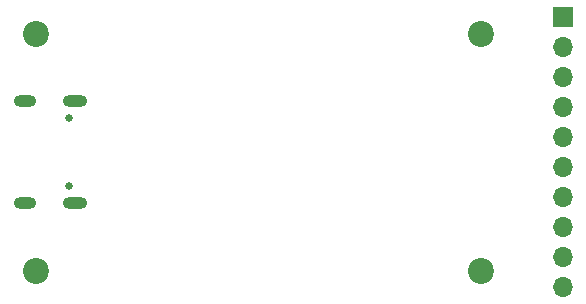
<source format=gbs>
%TF.GenerationSoftware,KiCad,Pcbnew,7.0.9*%
%TF.CreationDate,2024-01-11T17:12:29+08:00*%
%TF.ProjectId,UINIO-Logic-24MHz,55494e49-4f2d-44c6-9f67-69632d32344d,Version 3.1.1*%
%TF.SameCoordinates,PX7aa95e0PY587b5e0*%
%TF.FileFunction,Soldermask,Bot*%
%TF.FilePolarity,Negative*%
%FSLAX46Y46*%
G04 Gerber Fmt 4.6, Leading zero omitted, Abs format (unit mm)*
G04 Created by KiCad (PCBNEW 7.0.9) date 2024-01-11 17:12:29*
%MOMM*%
%LPD*%
G01*
G04 APERTURE LIST*
%ADD10C,2.200000*%
%ADD11C,0.650000*%
%ADD12O,2.100000X1.000000*%
%ADD13O,1.900000X1.000000*%
%ADD14R,1.700000X1.700000*%
%ADD15O,1.700000X1.700000*%
G04 APERTURE END LIST*
D10*
%TO.C,HOLE2*%
X38535000Y-2865000D03*
%TD*%
%TO.C,HOLE4*%
X855000Y-2865000D03*
%TD*%
D11*
%TO.C,USB1*%
X3634000Y-9910000D03*
X3634000Y-15690000D03*
D12*
X4134000Y-8475000D03*
X4134000Y-17125000D03*
D13*
X-66000Y-8475000D03*
X-66000Y-17125000D03*
%TD*%
D10*
%TO.C,HOLE3*%
X855000Y-22865000D03*
%TD*%
D14*
%TO.C,J1*%
X45440000Y-1370000D03*
D15*
X45440000Y-3910000D03*
X45440000Y-6450000D03*
X45440000Y-8990000D03*
X45440000Y-11530000D03*
X45440000Y-14070000D03*
X45440000Y-16610000D03*
X45440000Y-19150000D03*
X45440000Y-21690000D03*
X45440000Y-24230000D03*
%TD*%
D10*
%TO.C,HOLE1*%
X38535000Y-22865000D03*
%TD*%
M02*

</source>
